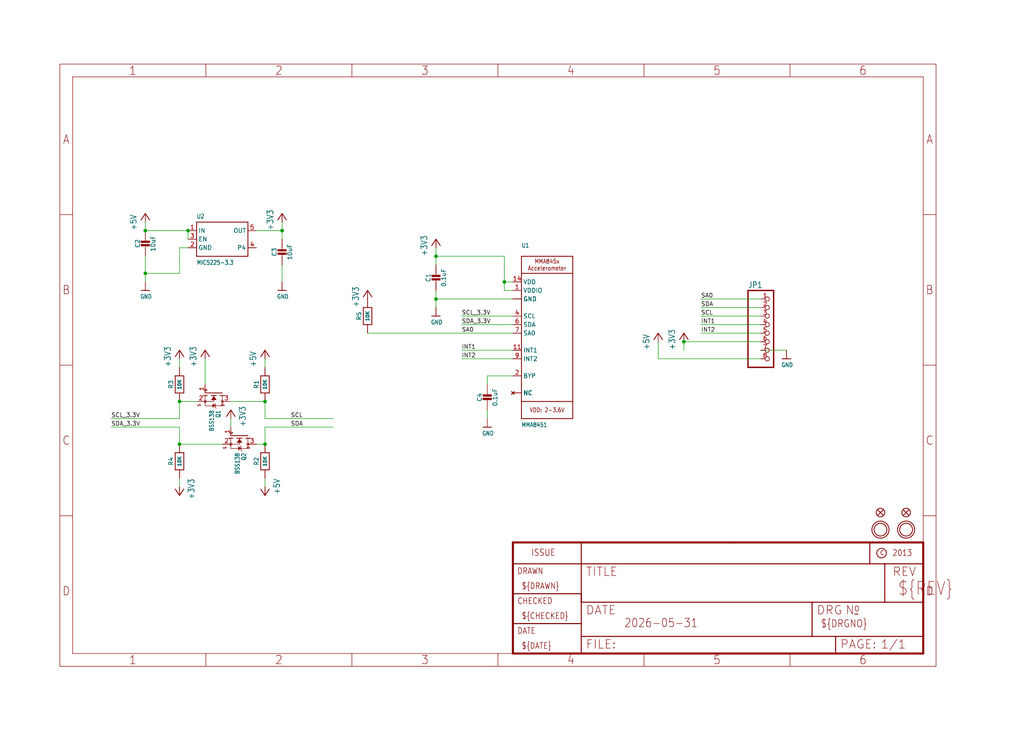
<source format=kicad_sch>
(kicad_sch (version 20230121) (generator eeschema)
  (paper "User" 304.267 217.322)
  (lib_symbols
    (symbol "working-eagle-import:+3V3" (power)
      (property "Value" "+3V3" (at -2.54 -5.08 90))
      (symbol "+3V3_1_0"
        (polyline (pts (xy 0 0) (xy -1.27 -1.905)) (stroke (width 0.254)))
        (polyline (pts (xy 1.27 -1.905) (xy 0 0)) (stroke (width 0.254)))
        (pin power_in line (at 0 -2.54 90) (length 2.54) (name "+3V3") (number "1"))
      )
    )
    (symbol "working-eagle-import:+5V" (power)
      (property "Value" "+5V" (at -2.54 -5.08 90))
      (symbol "+5V_1_0"
        (polyline (pts (xy 0 0) (xy -1.27 -1.905)) (stroke (width 0.254)))
        (polyline (pts (xy 1.27 -1.905) (xy 0 0)) (stroke (width 0.254)))
        (pin power_in line (at 0 -2.54 90) (length 2.54) (name "+5V") (number "1"))
      )
    )
    (symbol "working-eagle-import:ACCEL_MMA845X"
      (property "Reference" "U" (at -7.62 25.4 0))
      (symbol "ACCEL_MMA845X_1_0"
        (polyline (pts (xy -7.62 -25.4) (xy 7.62 -25.4)) (stroke (width 0.254)))
        (polyline (pts (xy -7.62 -20.32) (xy -7.62 -25.4)) (stroke (width 0.254)))
        (polyline (pts (xy -7.62 -20.32) (xy -7.62 17.78)) (stroke (width 0.254)))
        (polyline (pts (xy -7.62 17.78) (xy -7.62 22.86)) (stroke (width 0.254)))
        (polyline (pts (xy -7.62 17.78) (xy 7.62 17.78)) (stroke (width 0.254)))
        (polyline (pts (xy -7.62 22.86) (xy 7.62 22.86)) (stroke (width 0.254)))
        (polyline (pts (xy 7.62 -25.4) (xy 7.62 -20.32)) (stroke (width 0.254)))
        (polyline (pts (xy 7.62 -20.32) (xy -7.62 -20.32)) (stroke (width 0.254)))
        (polyline (pts (xy 7.62 17.78) (xy 7.62 -20.32)) (stroke (width 0.254)))
        (polyline (pts (xy 7.62 22.86) (xy 7.62 17.78)) (stroke (width 0.254)))
        (text "MMA845x\nAccelerometer" (at 0 20.32 0) (effects (font (size 1.27 1.0795))))
        (text "VDD: 2-3.6V" (at 0 -22.86 0) (effects (font (size 1.27 1.0795))))
        (pin power_in line (at -10.16 12.7 0) (length 2.54) (name "VDDIO") (number "1"))
        (pin power_in line (at -10.16 10.16 0) (length 2.54) (name "GND") (number "10"))
        (pin output line (at -10.16 -5.08 0) (length 2.54) (name "INT1") (number "11"))
        (pin power_in line (at -10.16 10.16 0) (length 2.54) (name "GND") (number "12"))
        (pin no_connect line (at -10.16 -17.78 0) (length 2.54) (name "NC") (number "13"))
        (pin power_in line (at -10.16 15.24 0) (length 2.54) (name "VDD") (number "14"))
        (pin no_connect line (at -10.16 -17.78 0) (length 2.54) (name "NC") (number "15"))
        (pin no_connect line (at -10.16 -17.78 0) (length 2.54) (name "NC") (number "16"))
        (pin input line (at -10.16 -12.7 0) (length 2.54) (name "BYP") (number "2"))
        (pin no_connect line (at -10.16 -17.78 0) (length 2.54) (name "NC") (number "3"))
        (pin open_collector line (at -10.16 5.08 0) (length 2.54) (name "SCL") (number "4"))
        (pin power_in line (at -10.16 10.16 0) (length 2.54) (name "GND") (number "5"))
        (pin open_collector line (at -10.16 2.54 0) (length 2.54) (name "SDA") (number "6"))
        (pin input line (at -10.16 0 0) (length 2.54) (name "SA0") (number "7"))
        (pin no_connect line (at -10.16 -17.78 0) (length 2.54) (name "NC") (number "8"))
        (pin output line (at -10.16 -7.62 0) (length 2.54) (name "INT2") (number "9"))
      )
    )
    (symbol "working-eagle-import:CAP_CERAMIC0805-NOOUTLINE"
      (property "Reference" "C" (at -2.29 1.25 90))
      (symbol "CAP_CERAMIC0805-NOOUTLINE_1_0"
        (rectangle (start -1.27 0.508) (end 1.27 1.016) (fill (type outline)))
        (rectangle (start -1.27 1.524) (end 1.27 2.032) (fill (type outline)))
        (polyline (pts (xy 0 0.762) (xy 0 0)) (stroke (width 0.1524)))
        (polyline (pts (xy 0 2.54) (xy 0 1.778)) (stroke (width 0.1524)))
        (pin passive line (at 0 5.08 270) (length 2.54) (name "1") (number "1"))
        (pin passive line (at 0 -2.54 90) (length 2.54) (name "2") (number "2"))
      )
    )
    (symbol "working-eagle-import:CAP_CERAMIC0805_10MGAP"
      (property "Reference" "C" (at -2.29 1.25 90))
      (symbol "CAP_CERAMIC0805_10MGAP_1_0"
        (rectangle (start -1.27 0.508) (end 1.27 1.016) (fill (type outline)))
        (rectangle (start -1.27 1.524) (end 1.27 2.032) (fill (type outline)))
        (polyline (pts (xy 0 0.762) (xy 0 0)) (stroke (width 0.1524)))
        (polyline (pts (xy 0 2.54) (xy 0 1.778)) (stroke (width 0.1524)))
        (pin passive line (at 0 5.08 270) (length 2.54) (name "1") (number "1"))
        (pin passive line (at 0 -2.54 90) (length 2.54) (name "2") (number "2"))
      )
    )
    (symbol "working-eagle-import:FIDUCIAL{dblquote}{dblquote}"
      (symbol "FIDUCIAL{dblquote}{dblquote}_1_0"
        (polyline (pts (xy -0.762 0.762) (xy 0.762 -0.762)) (stroke (width 0.254)))
        (polyline (pts (xy 0.762 0.762) (xy -0.762 -0.762)) (stroke (width 0.254)))
        (circle (center 0 0) (radius 1.27) (stroke (width 0.254)))
      )
    )
    (symbol "working-eagle-import:FRAME_A4"
      (symbol "FRAME_A4_1_0"
        (polyline (pts (xy 0 44.7675) (xy 3.81 44.7675)))
        (polyline (pts (xy 0 89.535) (xy 3.81 89.535)))
        (polyline (pts (xy 0 134.3025) (xy 3.81 134.3025)))
        (polyline (pts (xy 3.81 3.81) (xy 3.81 175.26)))
        (polyline (pts (xy 43.3917 0) (xy 43.3917 3.81)))
        (polyline (pts (xy 43.3917 175.26) (xy 43.3917 179.07)))
        (polyline (pts (xy 86.7833 0) (xy 86.7833 3.81)))
        (polyline (pts (xy 86.7833 175.26) (xy 86.7833 179.07)))
        (polyline (pts (xy 130.175 0) (xy 130.175 3.81)))
        (polyline (pts (xy 130.175 175.26) (xy 130.175 179.07)))
        (polyline (pts (xy 173.5667 0) (xy 173.5667 3.81)))
        (polyline (pts (xy 173.5667 175.26) (xy 173.5667 179.07)))
        (polyline (pts (xy 216.9583 0) (xy 216.9583 3.81)))
        (polyline (pts (xy 216.9583 175.26) (xy 216.9583 179.07)))
        (polyline (pts (xy 256.54 3.81) (xy 3.81 3.81)))
        (polyline (pts (xy 256.54 3.81) (xy 256.54 8.89)) (stroke (width 0.1016)))
        (polyline (pts (xy 256.54 3.81) (xy 256.54 175.26)))
        (polyline (pts (xy 256.54 8.89) (xy 256.54 13.97)) (stroke (width 0.1016)))
        (polyline (pts (xy 256.54 13.97) (xy 256.54 19.05)) (stroke (width 0.1016)))
        (polyline (pts (xy 256.54 19.05) (xy 256.54 36.83)) (stroke (width 0.1016)))
        (polyline (pts (xy 256.54 44.7675) (xy 260.35 44.7675)))
        (polyline (pts (xy 256.54 89.535) (xy 260.35 89.535)))
        (polyline (pts (xy 256.54 134.3025) (xy 260.35 134.3025)))
        (polyline (pts (xy 256.54 175.26) (xy 3.81 175.26)))
        (polyline (pts (xy 0 0) (xy 260.35 0) (xy 260.35 179.07) (xy 0 179.07) (xy 0 0)))
        (text "1" (at 21.6958 1.905 0) (effects (font (size 2.54 2.286))))
        (text "1" (at 21.6958 177.165 0) (effects (font (size 2.54 2.286))))
        (text "2" (at 65.0875 1.905 0) (effects (font (size 2.54 2.286))))
        (text "2" (at 65.0875 177.165 0) (effects (font (size 2.54 2.286))))
        (text "3" (at 108.4792 1.905 0) (effects (font (size 2.54 2.286))))
        (text "3" (at 108.4792 177.165 0) (effects (font (size 2.54 2.286))))
        (text "4" (at 151.8708 1.905 0) (effects (font (size 2.54 2.286))))
        (text "4" (at 151.8708 177.165 0) (effects (font (size 2.54 2.286))))
        (text "5" (at 195.2625 1.905 0) (effects (font (size 2.54 2.286))))
        (text "5" (at 195.2625 177.165 0) (effects (font (size 2.54 2.286))))
        (text "6" (at 238.6542 1.905 0) (effects (font (size 2.54 2.286))))
        (text "6" (at 238.6542 177.165 0) (effects (font (size 2.54 2.286))))
        (text "A" (at 1.905 156.6863 0) (effects (font (size 2.54 2.286))))
        (text "A" (at 258.445 156.6863 0) (effects (font (size 2.54 2.286))))
        (text "B" (at 1.905 111.9188 0) (effects (font (size 2.54 2.286))))
        (text "B" (at 258.445 111.9188 0) (effects (font (size 2.54 2.286))))
        (text "C" (at 1.905 67.1513 0) (effects (font (size 2.54 2.286))))
        (text "C" (at 258.445 67.1513 0) (effects (font (size 2.54 2.286))))
        (text "D" (at 1.905 22.3838 0) (effects (font (size 2.54 2.286))))
        (text "D" (at 258.445 22.3838 0) (effects (font (size 2.54 2.286))))
      )
      (symbol "FRAME_A4_2_0"
        (polyline (pts (xy 1.27 -6.35) (xy 1.27 0)) (stroke (width 0.1016)))
        (polyline (pts (xy 1.27 0) (xy 82.55 0)) (stroke (width 0.1016)))
        (polyline (pts (xy 82.55 -6.35) (xy 1.27 -6.35)) (stroke (width 0.1016)))
        (polyline (pts (xy 82.55 0) (xy 82.55 -6.35)) (stroke (width 0.1016)))
        (text "PART OR WHOLE IS STRICTLY PROHIBITED WITHOUT WRITTEN PERMISSION!" (at 3.81 -5.08 0) (effects (font (size 1.27 1.0795)) (justify left bottom)))
        (text "PROPRIETARY" (at 3.81 -10.16 0) (effects (font (size 2.54 2.159) (thickness 0.4318) bold) (justify left bottom)))
        (text "THIS DRAWING CONTAINS CONFIDENTIAL INFORMATION. ANY REPRODUCTION IN" (at 3.81 -2.794 0) (effects (font (size 1.27 1.0795)) (justify left bottom)))
      )
      (symbol "FRAME_A4_3_0"
        (polyline (pts (xy 0 1.27) (xy 20.32 1.27)) (stroke (width 0.6096)))
        (polyline (pts (xy 0 10.16) (xy 0 1.27)) (stroke (width 0.6096)))
        (polyline (pts (xy 0 10.16) (xy 20.32 10.16)) (stroke (width 0.3048)))
        (polyline (pts (xy 0 19.05) (xy 0 10.16)) (stroke (width 0.6096)))
        (polyline (pts (xy 0 19.05) (xy 20.32 19.05)) (stroke (width 0.3048)))
        (polyline (pts (xy 0 27.94) (xy 0 19.05)) (stroke (width 0.6096)))
        (polyline (pts (xy 0 27.94) (xy 20.32 27.94)) (stroke (width 0.3048)))
        (polyline (pts (xy 0 34.29) (xy 0 27.94)) (stroke (width 0.6096)))
        (polyline (pts (xy 20.32 1.27) (xy 20.32 6.35)) (stroke (width 0.3048)))
        (polyline (pts (xy 20.32 1.27) (xy 95.885 1.27)) (stroke (width 0.6096)))
        (polyline (pts (xy 20.32 6.35) (xy 20.32 10.16)) (stroke (width 0.3048)))
        (polyline (pts (xy 20.32 6.35) (xy 88.9 6.35)) (stroke (width 0.3048)))
        (polyline (pts (xy 20.32 10.16) (xy 20.32 19.05)) (stroke (width 0.3048)))
        (polyline (pts (xy 20.32 16.51) (xy 20.32 19.05)) (stroke (width 0.3048)))
        (polyline (pts (xy 20.32 19.05) (xy 20.32 27.94)) (stroke (width 0.3048)))
        (polyline (pts (xy 20.32 27.94) (xy 20.32 34.29)) (stroke (width 0.3048)))
        (polyline (pts (xy 20.32 27.94) (xy 65.0875 27.94)) (stroke (width 0.3048)))
        (polyline (pts (xy 20.32 34.29) (xy 0 34.29)) (stroke (width 0.6096)))
        (polyline (pts (xy 65.0875 27.94) (xy 106.045 27.94)) (stroke (width 0.3048)))
        (polyline (pts (xy 65.0875 34.29) (xy 20.32 34.29)) (stroke (width 0.6096)))
        (polyline (pts (xy 88.9 6.35) (xy 95.885 6.35)) (stroke (width 0.3048)))
        (polyline (pts (xy 88.9 16.51) (xy 20.32 16.51)) (stroke (width 0.3048)))
        (polyline (pts (xy 88.9 16.51) (xy 88.9 6.35)) (stroke (width 0.3048)))
        (polyline (pts (xy 95.885 1.27) (xy 121.92 1.27)) (stroke (width 0.6096)))
        (polyline (pts (xy 95.885 6.35) (xy 95.885 1.27)) (stroke (width 0.3048)))
        (polyline (pts (xy 95.885 6.35) (xy 121.92 6.35)) (stroke (width 0.3048)))
        (polyline (pts (xy 101.6 13.0175) (xy 102.5525 13.0175)) (stroke (width 0.254)))
        (polyline (pts (xy 106.045 27.94) (xy 106.045 34.29)) (stroke (width 0.3048)))
        (polyline (pts (xy 106.045 27.94) (xy 110.49 27.94)) (stroke (width 0.3048)))
        (polyline (pts (xy 106.045 34.29) (xy 65.0875 34.29)) (stroke (width 0.6096)))
        (polyline (pts (xy 110.49 16.51) (xy 88.9 16.51)) (stroke (width 0.3048)))
        (polyline (pts (xy 110.49 27.94) (xy 110.49 16.51)) (stroke (width 0.3048)))
        (polyline (pts (xy 110.49 27.94) (xy 113.03 27.94)) (stroke (width 0.3048)))
        (polyline (pts (xy 113.03 27.94) (xy 121.92 27.94)) (stroke (width 0.3048)))
        (polyline (pts (xy 113.03 34.29) (xy 106.045 34.29)) (stroke (width 0.6096)))
        (polyline (pts (xy 121.92 6.35) (xy 121.92 1.27)) (stroke (width 0.6096)))
        (polyline (pts (xy 121.92 16.51) (xy 110.49 16.51)) (stroke (width 0.3048)))
        (polyline (pts (xy 121.92 16.51) (xy 121.92 6.35)) (stroke (width 0.6096)))
        (polyline (pts (xy 121.92 27.94) (xy 121.92 16.51)) (stroke (width 0.6096)))
        (polyline (pts (xy 121.92 34.29) (xy 113.03 34.29)) (stroke (width 0.6096)))
        (polyline (pts (xy 121.92 34.29) (xy 121.92 27.94)) (stroke (width 0.6096)))
        (circle (center 109.5375 31.115) (radius 1.4199) (stroke (width 0.254)))
        (text "${#}/${##}" (at 109.22 2.54 0) (effects (font (size 2.54 2.54)) (justify left bottom)))
        (text "${CHECKED}" (at 2.54 11.43 0) (effects (font (size 1.778 1.5113)) (justify left bottom)))
        (text "${COMPANY}" (at 23.6538 29.3687 0) (effects (font (size 3.175 2.6987) (thickness 0.5397) bold) (justify left bottom)))
        (text "${CURRENT_DATE}" (at 33.02 8.89 0) (effects (font (size 2.54 2.159)) (justify left bottom)))
        (text "${DATE}" (at 2.54 2.54 0) (effects (font (size 1.778 1.5113)) (justify left bottom)))
        (text "${DRAWN}" (at 2.54 20.32 0) (effects (font (size 1.778 1.5113)) (justify left bottom)))
        (text "${DRGNO}" (at 91.44 8.89 0) (effects (font (size 2.1844 1.8567)) (justify left bottom)))
        (text "${PROJECTNAME}" (at 33.3375 2.54 0) (effects (font (size 2.54 2.159)) (justify left bottom)))
        (text "${REV}" (at 114.3 18.415 0) (effects (font (size 3.81 3.2385)) (justify left bottom)))
        (text "2013" (at 112.7125 30.1625 0) (effects (font (size 1.778 1.5113)) (justify left bottom)))
        (text "C" (at 109.0612 30.48 0) (effects (font (size 1.27 1.0795)) (justify left bottom)))
        (text "CHECKED" (at 1.27 15.875 0) (effects (font (size 1.778 1.5113)) (justify left bottom)))
        (text "DATE" (at 1.27 6.985 0) (effects (font (size 1.778 1.5113)) (justify left bottom)))
        (text "DATE" (at 21.59 12.7 0) (effects (font (size 2.54 2.54)) (justify left bottom)))
        (text "DRAWN" (at 1.27 24.765 0) (effects (font (size 1.778 1.5113)) (justify left bottom)))
        (text "DRG" (at 90.17 12.7 0) (effects (font (size 2.54 2.54)) (justify left bottom)))
        (text "FILE:" (at 21.59 2.54 0) (effects (font (size 2.54 2.54)) (justify left bottom)))
        (text "ISSUE" (at 5.3975 30.1625 0) (effects (font (size 1.9304 1.6408)) (justify left bottom)))
        (text "N" (at 98.7425 12.7 0) (effects (font (size 2.54 2.54)) (justify left bottom)))
        (text "o" (at 101.2825 13.6525 0) (effects (font (size 2.1844 1.8567)) (justify left bottom)))
        (text "PAGE:" (at 97.155 2.54 0) (effects (font (size 2.54 2.54)) (justify left bottom)))
        (text "REV" (at 112.7125 24.13 0) (effects (font (size 2.54 2.54)) (justify left bottom)))
        (text "TITLE" (at 21.59 24.13 0) (effects (font (size 2.54 2.54)) (justify left bottom)))
      )
    )
    (symbol "working-eagle-import:GND" (power)
      (property "Value" "GND" (at -1.524 -2.54 0))
      (symbol "GND_1_0"
        (polyline (pts (xy -1.27 0) (xy 1.27 0)) (stroke (width 0.254)))
        (pin power_in line (at 0 2.54 270) (length 2.54) (name "GND") (number "1"))
      )
    )
    (symbol "working-eagle-import:HEADER-1X870MIL"
      (property "Reference" "JP" (at -6.35 13.335 0))
      (symbol "HEADER-1X870MIL_1_0"
        (polyline (pts (xy -6.35 -10.16) (xy 1.27 -10.16)) (stroke (width 0.4064)))
        (polyline (pts (xy -6.35 12.7) (xy -6.35 -10.16)) (stroke (width 0.4064)))
        (polyline (pts (xy 1.27 -10.16) (xy 1.27 12.7)) (stroke (width 0.4064)))
        (polyline (pts (xy 1.27 12.7) (xy -6.35 12.7)) (stroke (width 0.4064)))
        (pin passive inverted (at -2.54 10.16 0) (length 2.54) (name "1") (number "1"))
        (pin passive inverted (at -2.54 7.62 0) (length 2.54) (name "2") (number "2"))
        (pin passive inverted (at -2.54 5.08 0) (length 2.54) (name "3") (number "3"))
        (pin passive inverted (at -2.54 2.54 0) (length 2.54) (name "4") (number "4"))
        (pin passive inverted (at -2.54 0 0) (length 2.54) (name "5") (number "5"))
        (pin passive inverted (at -2.54 -2.54 0) (length 2.54) (name "6") (number "6"))
        (pin passive inverted (at -2.54 -5.08 0) (length 2.54) (name "7") (number "7"))
        (pin passive inverted (at -2.54 -7.62 0) (length 2.54) (name "8") (number "8"))
      )
    )
    (symbol "working-eagle-import:MOSFET-NWIDE"
      (property "Reference" "Q" (at 5.08 0.635 0))
      (symbol "MOSFET-NWIDE_1_0"
        (polyline (pts (xy 0 2.54) (xy 0 -2.54)) (stroke (width 0.254)))
        (polyline (pts (xy 0.762 -2.54) (xy 0.762 -3.175)) (stroke (width 0.254)))
        (polyline (pts (xy 0.762 -1.905) (xy 0.762 -2.54)) (stroke (width 0.254)))
        (polyline (pts (xy 0.762 0) (xy 0.762 -0.762)) (stroke (width 0.254)))
        (polyline (pts (xy 0.762 0) (xy 2.54 0)) (stroke (width 0.1524)))
        (polyline (pts (xy 0.762 0.762) (xy 0.762 0)) (stroke (width 0.254)))
        (polyline (pts (xy 0.762 2.54) (xy 0.762 1.905)) (stroke (width 0.254)))
        (polyline (pts (xy 0.762 2.54) (xy 3.81 2.54)) (stroke (width 0.1524)))
        (polyline (pts (xy 0.762 3.175) (xy 0.762 2.54)) (stroke (width 0.254)))
        (polyline (pts (xy 2.54 -2.54) (xy 0.762 -2.54)) (stroke (width 0.1524)))
        (polyline (pts (xy 2.54 -2.54) (xy 3.81 -2.54)) (stroke (width 0.1524)))
        (polyline (pts (xy 2.54 0) (xy 2.54 -2.54)) (stroke (width 0.1524)))
        (polyline (pts (xy 3.302 0.508) (xy 3.048 0.254)) (stroke (width 0.1524)))
        (polyline (pts (xy 3.81 0.508) (xy 3.302 0.508)) (stroke (width 0.1524)))
        (polyline (pts (xy 3.81 0.508) (xy 3.81 -2.54)) (stroke (width 0.1524)))
        (polyline (pts (xy 3.81 2.54) (xy 3.81 0.508)) (stroke (width 0.1524)))
        (polyline (pts (xy 4.318 0.508) (xy 3.81 0.508)) (stroke (width 0.1524)))
        (polyline (pts (xy 4.572 0.762) (xy 4.318 0.508)) (stroke (width 0.1524)))
        (polyline (pts (xy 1.016 0) (xy 2.032 0.762) (xy 2.032 -0.762)) (stroke (width 0.1524)) (fill (type outline)))
        (polyline (pts (xy 3.81 0.508) (xy 3.302 -0.254) (xy 4.318 -0.254)) (stroke (width 0.1524)) (fill (type outline)))
        (circle (center 2.54 -2.54) (radius 0.3592))
        (circle (center 2.54 2.54) (radius 0.3592))
        (text "D" (at 3.175 3.175 0) (effects (font (size 0.8128 0.6908)) (justify left bottom)))
        (text "G" (at -1.27 -1.905 0) (effects (font (size 0.8128 0.6908)) (justify left bottom)))
        (text "S" (at 3.175 -3.81 0) (effects (font (size 0.8128 0.6908)) (justify left bottom)))
        (pin bidirectional line (at -2.54 -2.54 0) (length 2.54) (name "G") (number "1"))
        (pin bidirectional line (at 2.54 -5.08 90) (length 2.54) (name "S") (number "2"))
        (pin bidirectional line (at 2.54 5.08 270) (length 2.54) (name "D") (number "3"))
      )
    )
    (symbol "working-eagle-import:MOUNTINGHOLE2.5"
      (symbol "MOUNTINGHOLE2.5_1_0"
        (circle (center 0 0) (radius 1.905) (stroke (width 0.254)))
        (circle (center 0 0) (radius 2.54) (stroke (width 0.254)))
      )
    )
    (symbol "working-eagle-import:RESISTOR0805_NOOUTLINE"
      (property "Reference" "R" (at 0 2.54 0))
      (symbol "RESISTOR0805_NOOUTLINE_1_0"
        (polyline (pts (xy -2.54 -1.27) (xy -2.54 1.27)) (stroke (width 0.254)))
        (polyline (pts (xy -2.54 1.27) (xy 2.54 1.27)) (stroke (width 0.254)))
        (polyline (pts (xy 2.54 -1.27) (xy -2.54 -1.27)) (stroke (width 0.254)))
        (polyline (pts (xy 2.54 1.27) (xy 2.54 -1.27)) (stroke (width 0.254)))
        (pin passive line (at -5.08 0 0) (length 2.54) (name "1") (number "1"))
        (pin passive line (at 5.08 0 180) (length 2.54) (name "2") (number "2"))
      )
    )
    (symbol "working-eagle-import:VREG_SOT23-5"
      (property "Reference" "U" (at -7.62 6.096 0))
      (symbol "VREG_SOT23-5_1_0"
        (polyline (pts (xy -7.62 -5.08) (xy -7.62 5.08)) (stroke (width 0.254)))
        (polyline (pts (xy -7.62 5.08) (xy 7.62 5.08)) (stroke (width 0.254)))
        (polyline (pts (xy 7.62 -5.08) (xy -7.62 -5.08)) (stroke (width 0.254)))
        (polyline (pts (xy 7.62 5.08) (xy 7.62 -5.08)) (stroke (width 0.254)))
        (pin power_in line (at -10.16 2.54 0) (length 2.54) (name "IN") (number "1"))
        (pin power_in line (at -10.16 -2.54 0) (length 2.54) (name "GND") (number "2"))
        (pin input line (at -10.16 0 0) (length 2.54) (name "EN") (number "3"))
        (pin bidirectional line (at 10.16 -2.54 180) (length 2.54) (name "P4") (number "4"))
        (pin power_in line (at 10.16 2.54 180) (length 2.54) (name "OUT") (number "5"))
      )
    )
  )
  (junction (at 203.2 101.6))
  (junction (at 53.34 132.08))
  (junction (at 78.74 119.38))
  (junction (at 129.54 76.2))
  (junction (at 53.34 119.38))
  (junction (at 78.74 132.08))
  (junction (at 129.54 88.9))
  (junction (at 149.86 83.82))
  (junction (at 43.18 68.58))
  (junction (at 55.88 68.58))
  (junction (at 83.82 68.58))
  (junction (at 43.18 81.28))
  (wire (pts (xy 78.74 127) (xy 99.06 127)) (stroke (width 0.1524)))
  (wire (pts (xy 149.86 76.2) (xy 149.86 83.82)) (stroke (width 0.1524)))
  (wire (pts (xy 53.34 124.46) (xy 53.34 119.38)) (stroke (width 0.1524)))
  (wire (pts (xy 78.74 132.08) (xy 78.74 127)) (stroke (width 0.1524)))
  (wire (pts (xy 68.58 119.38) (xy 78.74 119.38)) (stroke (width 0.1524)))
  (wire (pts (xy 55.88 71.12) (xy 55.88 68.58)) (stroke (width 0.1524)))
  (wire (pts (xy 149.86 86.36) (xy 152.4 86.36)) (stroke (width 0.1524)))
  (wire (pts (xy 55.88 73.66) (xy 53.34 73.66)) (stroke (width 0.1524)))
  (wire (pts (xy 55.88 68.58) (xy 43.18 68.58)) (stroke (width 0.1524)))
  (wire (pts (xy 53.34 132.08) (xy 53.34 127)) (stroke (width 0.1524)))
  (wire (pts (xy 78.74 132.08) (xy 76.2 132.08)) (stroke (width 0.1524)))
  (wire (pts (xy 43.18 81.28) (xy 43.18 76.2)) (stroke (width 0.1524)))
  (wire (pts (xy 78.74 106.68) (xy 78.74 109.22)) (stroke (width 0.1524)))
  (wire (pts (xy 152.4 104.14) (xy 137.16 104.14)) (stroke (width 0.1524)))
  (wire (pts (xy 129.54 73.66) (xy 129.54 76.2)) (stroke (width 0.1524)))
  (wire (pts (xy 66.04 132.08) (xy 53.34 132.08)) (stroke (width 0.1524)))
  (wire (pts (xy 203.2 101.6) (xy 226.06 101.6)) (stroke (width 0.1524)))
  (wire (pts (xy 152.4 88.9) (xy 129.54 88.9)) (stroke (width 0.1524)))
  (wire (pts (xy 152.4 111.76) (xy 144.78 111.76)) (stroke (width 0.1524)))
  (wire (pts (xy 195.58 106.68) (xy 195.58 101.6)) (stroke (width 0.1524)))
  (wire (pts (xy 152.4 93.98) (xy 137.16 93.98)) (stroke (width 0.1524)))
  (wire (pts (xy 43.18 66.04) (xy 43.18 68.58)) (stroke (width 0.1524)))
  (wire (pts (xy 152.4 106.68) (xy 137.16 106.68)) (stroke (width 0.1524)))
  (wire (pts (xy 83.82 68.58) (xy 83.82 71.12)) (stroke (width 0.1524)))
  (wire (pts (xy 144.78 121.92) (xy 144.78 124.46)) (stroke (width 0.1524)))
  (wire (pts (xy 208.28 99.06) (xy 226.06 99.06)) (stroke (width 0.1524)))
  (wire (pts (xy 78.74 144.78) (xy 78.74 142.24)) (stroke (width 0.1524)))
  (wire (pts (xy 152.4 83.82) (xy 149.86 83.82)) (stroke (width 0.1524)))
  (wire (pts (xy 43.18 81.28) (xy 43.18 83.82)) (stroke (width 0.1524)))
  (wire (pts (xy 78.74 124.46) (xy 99.06 124.46)) (stroke (width 0.1524)))
  (wire (pts (xy 53.34 119.38) (xy 58.42 119.38)) (stroke (width 0.1524)))
  (wire (pts (xy 53.34 144.78) (xy 53.34 142.24)) (stroke (width 0.1524)))
  (wire (pts (xy 83.82 68.58) (xy 83.82 66.04)) (stroke (width 0.1524)))
  (wire (pts (xy 226.06 93.98) (xy 208.28 93.98)) (stroke (width 0.1524)))
  (wire (pts (xy 53.34 106.68) (xy 53.34 109.22)) (stroke (width 0.1524)))
  (wire (pts (xy 83.82 78.74) (xy 83.82 83.82)) (stroke (width 0.1524)))
  (wire (pts (xy 129.54 88.9) (xy 129.54 91.44)) (stroke (width 0.1524)))
  (wire (pts (xy 203.2 104.14) (xy 203.2 101.6)) (stroke (width 0.1524)))
  (wire (pts (xy 53.34 124.46) (xy 33.02 124.46)) (stroke (width 0.1524)))
  (wire (pts (xy 226.06 106.68) (xy 195.58 106.68)) (stroke (width 0.1524)))
  (wire (pts (xy 144.78 111.76) (xy 144.78 114.3)) (stroke (width 0.1524)))
  (wire (pts (xy 53.34 81.28) (xy 43.18 81.28)) (stroke (width 0.1524)))
  (wire (pts (xy 137.16 96.52) (xy 152.4 96.52)) (stroke (width 0.1524)))
  (wire (pts (xy 208.28 91.44) (xy 226.06 91.44)) (stroke (width 0.1524)))
  (wire (pts (xy 60.96 114.3) (xy 60.96 106.68)) (stroke (width 0.1524)))
  (wire (pts (xy 129.54 76.2) (xy 129.54 78.74)) (stroke (width 0.1524)))
  (wire (pts (xy 33.02 127) (xy 53.34 127)) (stroke (width 0.1524)))
  (wire (pts (xy 149.86 83.82) (xy 149.86 86.36)) (stroke (width 0.1524)))
  (wire (pts (xy 152.4 99.06) (xy 109.22 99.06)) (stroke (width 0.1524)))
  (wire (pts (xy 129.54 76.2) (xy 149.86 76.2)) (stroke (width 0.1524)))
  (wire (pts (xy 53.34 73.66) (xy 53.34 81.28)) (stroke (width 0.1524)))
  (wire (pts (xy 68.58 124.46) (xy 68.58 127)) (stroke (width 0.1524)))
  (wire (pts (xy 78.74 119.38) (xy 78.74 124.46)) (stroke (width 0.1524)))
  (wire (pts (xy 76.2 68.58) (xy 83.82 68.58)) (stroke (width 0.1524)))
  (wire (pts (xy 226.06 104.14) (xy 233.68 104.14)) (stroke (width 0.1524)))
  (wire (pts (xy 129.54 86.36) (xy 129.54 88.9)) (stroke (width 0.1524)))
  (wire (pts (xy 226.06 88.9) (xy 208.28 88.9)) (stroke (width 0.1524)))
  (wire (pts (xy 226.06 96.52) (xy 208.28 96.52)) (stroke (width 0.1524)))
  (label "INT2" (at 208.28 99.06 0) (effects (font (size 1.2446 1.2446))))
  (label "SDA_3.3V" (at 137.16 96.52 0) (effects (font (size 1.2446 1.2446))))
  (label "SA0" (at 208.28 88.9 0) (effects (font (size 1.2446 1.2446))))
  (label "SDA" (at 208.28 91.44 0) (effects (font (size 1.2446 1.2446))))
  (label "INT2" (at 137.16 106.68 0) (effects (font (size 1.2446 1.2446))))
  (label "SDA_3.3V" (at 33.02 127 0) (effects (font (size 1.2446 1.2446))))
  (label "SCL_3.3V" (at 137.16 93.98 0) (effects (font (size 1.2446 1.2446))))
  (label "SCL" (at 208.28 93.98 0) (effects (font (size 1.2446 1.2446))))
  (label "INT1" (at 208.28 96.52 0) (effects (font (size 1.2446 1.2446))))
  (label "SCL" (at 86.36 124.46 0) (effects (font (size 1.2446 1.2446))))
  (label "SDA" (at 86.36 127 0) (effects (font (size 1.2446 1.2446))))
  (label "SCL_3.3V" (at 33.02 124.46 0) (effects (font (size 1.2446 1.2446))))
  (label "INT1" (at 137.16 104.14 0) (effects (font (size 1.2446 1.2446))))
  (label "SA0" (at 137.16 99.06 0) (effects (font (size 1.2446 1.2446))))
  (symbol (lib_id "working-eagle-import:+5V") (at 195.58 99.06 0) (unit 1)
    (property "Reference" "#P+2" (effects hide))
    (property "Value" "+5V" (at 193.04 104.14 90) (effects (font (size 1.778 1.5113)) (justify left bottom)))
  )
  (symbol (lib_id "working-eagle-import:+5V") (at 43.18 63.5 0) (unit 1)
    (property "Reference" "#P+4" (effects hide))
    (property "Value" "+5V" (at 40.64 68.58 90) (effects (font (size 1.778 1.5113)) (justify left bottom)))
  )
  (symbol (lib_id "working-eagle-import:CAP_CERAMIC0805_10MGAP") (at 144.78 119.38 0) (unit 1)
    (property "Reference" "C4" (at 142.49 118.13 90))
    (property "Value" "0.1uF" (at 147.08 118.13 90))
    (property "Footprint" "working:0805_10MGAP" (effects hide))
  )
  (symbol (lib_id "working-eagle-import:RESISTOR0805_NOOUTLINE") (at 109.22 93.98 90) (unit 1)
    (property "Reference" "R5" (at 106.68 93.98 0))
    (property "Value" "10K" (at 109.22 93.98 0) (effects (font (size 1.016 1.016) bold)))
    (property "Footprint" "working:0805-NO" (effects hide))
  )
  (symbol (lib_id "working-eagle-import:MOUNTINGHOLE2.5") (at 269.24 157.48 0) (unit 1)
    (property "Reference" "U$3" (effects hide))
    (property "Value" "MOUNTINGHOLE2.5" (effects hide))
    (property "Footprint" "working:MOUNTINGHOLE_2.5_PLATED" (effects hide))
  )
  (symbol (lib_id "working-eagle-import:FRAME_A4") (at 152.4 195.58 0) (unit 3)
    (property "Reference" "#FRAME1" (effects hide))
    (property "Value" "FRAME_A4" (effects hide))
  )
  (symbol (lib_id "working-eagle-import:+3V3") (at 53.34 104.14 0) (unit 1)
    (property "Reference" "#+3V4" (effects hide))
    (property "Value" "+3V3" (at 50.8 109.22 90) (effects (font (size 1.778 1.5113)) (justify left bottom)))
  )
  (symbol (lib_id "working-eagle-import:+5V") (at 78.74 147.32 180) (unit 1)
    (property "Reference" "#P+3" (effects hide))
    (property "Value" "+5V" (at 81.28 142.24 90) (effects (font (size 1.778 1.5113)) (justify left bottom)))
  )
  (symbol (lib_id "working-eagle-import:HEADER-1X870MIL") (at 228.6 99.06 0) (unit 1)
    (property "Reference" "JP1" (at 222.25 85.725 0) (effects (font (size 1.778 1.5113)) (justify left bottom)))
    (property "Value" "HEADER-1X870MIL" (effects hide))
    (property "Footprint" "working:1X08_ROUND_70" (effects hide))
  )
  (symbol (lib_id "working-eagle-import:+3V3") (at 53.34 147.32 180) (unit 1)
    (property "Reference" "#+3V5" (effects hide))
    (property "Value" "+3V3" (at 55.88 142.24 90) (effects (font (size 1.778 1.5113)) (justify left bottom)))
  )
  (symbol (lib_id "working-eagle-import:CAP_CERAMIC0805-NOOUTLINE") (at 83.82 76.2 0) (unit 1)
    (property "Reference" "C3" (at 81.53 74.95 90))
    (property "Value" "10uF" (at 86.12 74.95 90))
    (property "Footprint" "working:0805-NO" (effects hide))
  )
  (symbol (lib_id "working-eagle-import:ACCEL_MMA845X") (at 162.56 99.06 0) (unit 1)
    (property "Reference" "U1" (at 154.94 73.66 0) (effects (font (size 1.27 1.0795)) (justify left bottom)))
    (property "Value" "MMA8451" (at 154.94 127 0) (effects (font (size 1.27 1.0795)) (justify left bottom)))
    (property "Footprint" "working:MMA845X_QFN_16MM" (effects hide))
  )
  (symbol (lib_id "working-eagle-import:GND") (at 144.78 127 0) (unit 1)
    (property "Reference" "#U$7" (effects hide))
    (property "Value" "GND" (at 143.256 129.54 0) (effects (font (size 1.27 1.0795)) (justify left bottom)))
  )
  (symbol (lib_id "working-eagle-import:+3V3") (at 129.54 71.12 0) (unit 1)
    (property "Reference" "#+3V1" (effects hide))
    (property "Value" "+3V3" (at 127 76.2 90) (effects (font (size 1.778 1.5113)) (justify left bottom)))
  )
  (symbol (lib_id "working-eagle-import:GND") (at 83.82 86.36 0) (unit 1)
    (property "Reference" "#U$2" (effects hide))
    (property "Value" "GND" (at 82.296 88.9 0) (effects (font (size 1.27 1.0795)) (justify left bottom)))
  )
  (symbol (lib_id "working-eagle-import:RESISTOR0805_NOOUTLINE") (at 53.34 137.16 90) (unit 1)
    (property "Reference" "R4" (at 50.8 137.16 0))
    (property "Value" "10K" (at 53.34 137.16 0) (effects (font (size 1.016 1.016) bold)))
    (property "Footprint" "working:0805-NO" (effects hide))
  )
  (symbol (lib_id "working-eagle-import:GND") (at 233.68 106.68 0) (unit 1)
    (property "Reference" "#U$8" (effects hide))
    (property "Value" "GND" (at 232.156 109.22 0) (effects (font (size 1.27 1.0795)) (justify left bottom)))
  )
  (symbol (lib_id "working-eagle-import:FRAME_A4") (at 17.78 198.12 0) (unit 1)
    (property "Reference" "#FRAME1" (effects hide))
    (property "Value" "FRAME_A4" (effects hide))
  )
  (symbol (lib_id "working-eagle-import:+3V3") (at 109.22 86.36 0) (unit 1)
    (property "Reference" "#+3V8" (effects hide))
    (property "Value" "+3V3" (at 106.68 91.44 90) (effects (font (size 1.778 1.5113)) (justify left bottom)))
  )
  (symbol (lib_id "working-eagle-import:+3V3") (at 203.2 99.06 0) (unit 1)
    (property "Reference" "#+3V7" (effects hide))
    (property "Value" "+3V3" (at 200.66 104.14 90) (effects (font (size 1.778 1.5113)) (justify left bottom)))
  )
  (symbol (lib_id "working-eagle-import:+3V3") (at 60.96 104.14 0) (unit 1)
    (property "Reference" "#+3V2" (effects hide))
    (property "Value" "+3V3" (at 58.42 109.22 90) (effects (font (size 1.778 1.5113)) (justify left bottom)))
  )
  (symbol (lib_id "working-eagle-import:+5V") (at 78.74 104.14 0) (unit 1)
    (property "Reference" "#P+1" (effects hide))
    (property "Value" "+5V" (at 76.2 109.22 90) (effects (font (size 1.778 1.5113)) (justify left bottom)))
  )
  (symbol (lib_id "working-eagle-import:CAP_CERAMIC0805-NOOUTLINE") (at 129.54 83.82 0) (unit 1)
    (property "Reference" "C1" (at 127.25 82.57 90))
    (property "Value" "0.1uF" (at 131.84 82.57 90))
    (property "Footprint" "working:0805-NO" (effects hide))
  )
  (symbol (lib_id "working-eagle-import:+3V3") (at 68.58 121.92 0) (mirror y) (unit 1)
    (property "Reference" "#+3V3" (effects hide))
    (property "Value" "+3V3" (at 71.12 127 90) (effects (font (size 1.778 1.5113)) (justify left bottom)))
  )
  (symbol (lib_id "working-eagle-import:MOSFET-NWIDE") (at 71.12 129.54 270) (unit 1)
    (property "Reference" "Q2" (at 71.755 134.62 0) (effects (font (size 1.27 1.0795)) (justify left bottom)))
    (property "Value" "BSS138" (at 69.85 134.62 0) (effects (font (size 1.27 1.0795)) (justify left bottom)))
    (property "Footprint" "working:SOT23-WIDE" (effects hide))
  )
  (symbol (lib_id "working-eagle-import:FIDUCIAL{dblquote}{dblquote}") (at 261.62 152.4 0) (unit 1)
    (property "Reference" "FID2" (effects hide))
    (property "Value" "FIDUCIAL{dblquote}{dblquote}" (effects hide))
    (property "Footprint" "working:FIDUCIAL_1MM" (effects hide))
  )
  (symbol (lib_id "working-eagle-import:MOSFET-NWIDE") (at 63.5 116.84 270) (unit 1)
    (property "Reference" "Q1" (at 64.135 121.92 0) (effects (font (size 1.27 1.0795)) (justify left bottom)))
    (property "Value" "BSS138" (at 62.23 121.92 0) (effects (font (size 1.27 1.0795)) (justify left bottom)))
    (property "Footprint" "working:SOT23-WIDE" (effects hide))
  )
  (symbol (lib_id "working-eagle-import:GND") (at 43.18 86.36 0) (unit 1)
    (property "Reference" "#U$13" (effects hide))
    (property "Value" "GND" (at 41.656 88.9 0) (effects (font (size 1.27 1.0795)) (justify left bottom)))
  )
  (symbol (lib_id "working-eagle-import:RESISTOR0805_NOOUTLINE") (at 78.74 114.3 90) (unit 1)
    (property "Reference" "R1" (at 76.2 114.3 0))
    (property "Value" "10K" (at 78.74 114.3 0) (effects (font (size 1.016 1.016) bold)))
    (property "Footprint" "working:0805-NO" (effects hide))
  )
  (symbol (lib_id "working-eagle-import:FIDUCIAL{dblquote}{dblquote}") (at 269.24 152.4 0) (unit 1)
    (property "Reference" "FID1" (effects hide))
    (property "Value" "FIDUCIAL{dblquote}{dblquote}" (effects hide))
    (property "Footprint" "working:FIDUCIAL_1MM" (effects hide))
  )
  (symbol (lib_id "working-eagle-import:+3V3") (at 83.82 63.5 0) (unit 1)
    (property "Reference" "#+3V6" (effects hide))
    (property "Value" "+3V3" (at 81.28 68.58 90) (effects (font (size 1.778 1.5113)) (justify left bottom)))
  )
  (symbol (lib_id "working-eagle-import:CAP_CERAMIC0805-NOOUTLINE") (at 43.18 73.66 0) (unit 1)
    (property "Reference" "C2" (at 40.89 72.41 90))
    (property "Value" "10uF" (at 45.48 72.41 90))
    (property "Footprint" "working:0805-NO" (effects hide))
  )
  (symbol (lib_id "working-eagle-import:VREG_SOT23-5") (at 66.04 71.12 0) (unit 1)
    (property "Reference" "U2" (at 58.42 65.024 0) (effects (font (size 1.27 1.0795)) (justify left bottom)))
    (property "Value" "MIC5225-3.3" (at 58.42 78.74 0) (effects (font (size 1.27 1.0795)) (justify left bottom)))
    (property "Footprint" "working:SOT23-5" (effects hide))
  )
  (symbol (lib_id "working-eagle-import:MOUNTINGHOLE2.5") (at 261.62 157.48 0) (unit 1)
    (property "Reference" "U$6" (effects hide))
    (property "Value" "MOUNTINGHOLE2.5" (effects hide))
    (property "Footprint" "working:MOUNTINGHOLE_2.5_PLATED" (effects hide))
  )
  (symbol (lib_id "working-eagle-import:RESISTOR0805_NOOUTLINE") (at 78.74 137.16 90) (unit 1)
    (property "Reference" "R2" (at 76.2 137.16 0))
    (property "Value" "10K" (at 78.74 137.16 0) (effects (font (size 1.016 1.016) bold)))
    (property "Footprint" "working:0805-NO" (effects hide))
  )
  (symbol (lib_id "working-eagle-import:GND") (at 129.54 93.98 0) (unit 1)
    (property "Reference" "#U$1" (effects hide))
    (property "Value" "GND" (at 128.016 96.52 0) (effects (font (size 1.27 1.0795)) (justify left bottom)))
  )
  (symbol (lib_id "working-eagle-import:RESISTOR0805_NOOUTLINE") (at 53.34 114.3 90) (unit 1)
    (property "Reference" "R3" (at 50.8 114.3 0))
    (property "Value" "10K" (at 53.34 114.3 0) (effects (font (size 1.016 1.016) bold)))
    (property "Footprint" "working:0805-NO" (effects hide))
  )
)
</source>
